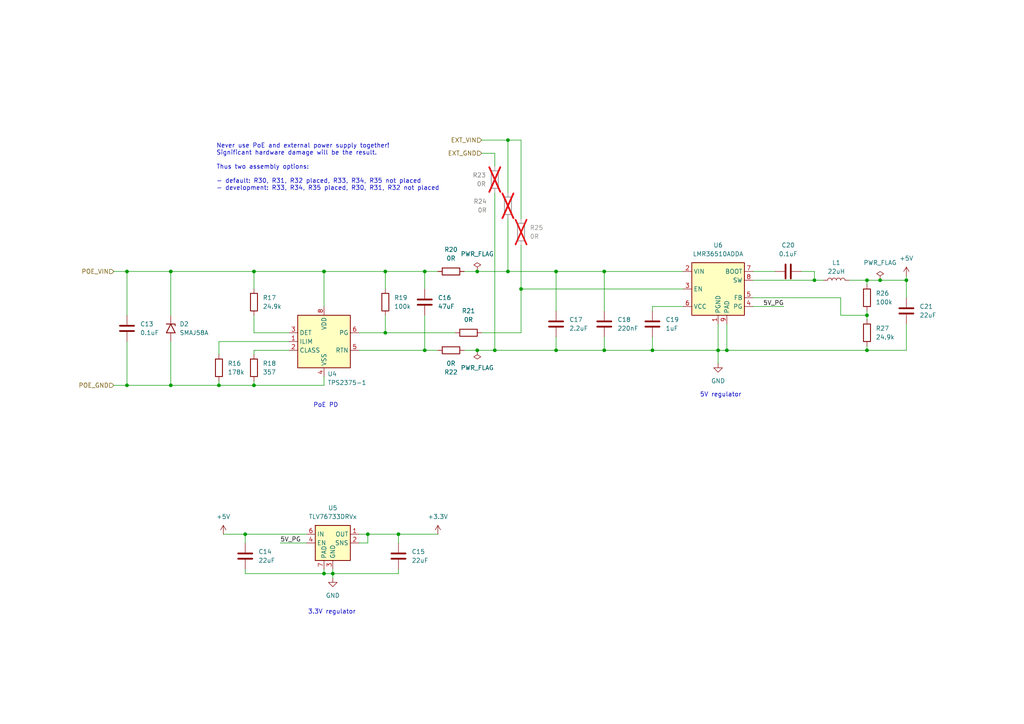
<source format=kicad_sch>
(kicad_sch (version 20250114) (generator "eeschema") (generator_version "9.0")
  (paper "A4")
  (title_block (title "iot-contact"))
  (lib_symbols
    (symbol "Device:C" (pin_numbers (hide yes)) (pin_names (offset 0.254))
      (property "Reference" "C" (at 0.635 2.54 0))
      (property "Value" "C" (at 0.635 -2.54 0))
      (symbol "C_0_1"
        (polyline (pts (xy -2.032 0.762) (xy 2.032 0.762)) (stroke (width 0.508)))
        (polyline (pts (xy -2.032 -0.762) (xy 2.032 -0.762)) (stroke (width 0.508)))
      )
      (symbol "C_1_1"
        (pin passive line (at 0 3.81 270) (length 2.794) (name "~") (number "1"))
        (pin passive line (at 0 -3.81 90) (length 2.794) (name "~") (number "2"))
      )
    )
    (symbol "Device:L" (pin_numbers (hide yes)) (pin_names (offset 1.016) (hide yes))
      (property "Reference" "L" (at -1.27 0 90))
      (property "Value" "L" (at 1.905 0 90))
      (symbol "L_0_1"
        (arc (start 0 2.54) (mid 0.6323 1.905) (end 0 1.27))
        (arc (start 0 1.27) (mid 0.6323 0.635) (end 0 0))
        (arc (start 0 0) (mid 0.6323 -0.635) (end 0 -1.27))
        (arc (start 0 -1.27) (mid 0.6323 -1.905) (end 0 -2.54))
      )
      (symbol "L_1_1"
        (pin passive line (at 0 3.81 270) (length 1.27) (name "1") (number "1"))
        (pin passive line (at 0 -3.81 90) (length 1.27) (name "2") (number "2"))
      )
    )
    (symbol "Device:R" (pin_numbers (hide yes)) (pin_names (offset 0))
      (property "Reference" "R" (at 2.032 0 90))
      (property "Value" "R" (at 0 0 90))
      (symbol "R_0_1"
        (rectangle (start -1.016 -2.54) (end 1.016 2.54) (stroke (width 0.254)))
      )
      (symbol "R_1_1"
        (pin passive line (at 0 3.81 270) (length 1.27) (name "~") (number "1"))
        (pin passive line (at 0 -3.81 90) (length 1.27) (name "~") (number "2"))
      )
    )
    (symbol "Diode:SMAJ58A" (pin_numbers (hide yes)) (pin_names (offset 1.016) (hide yes))
      (property "Reference" "D" (at 0 2.54 0))
      (property "Value" "SMAJ58A" (at 0 -2.54 0))
      (symbol "SMAJ58A_0_1"
        (polyline (pts (xy -0.762 1.27) (xy -1.27 1.27) (xy -1.27 -1.27)) (stroke (width 0.254)))
        (polyline (pts (xy 1.27 1.27) (xy 1.27 -1.27) (xy -1.27 0) (xy 1.27 1.27)) (stroke (width 0.254)))
      )
      (symbol "SMAJ58A_1_1"
        (pin passive line (at -3.81 0 0) (length 2.54) (name "A1") (number "1"))
        (pin passive line (at 3.81 0 180) (length 2.54) (name "A2") (number "2"))
      )
    )
    (symbol "Regulator_Controller:TPS2375-1"
      (property "Reference" "U" (at 2.54 -8.89 0))
      (property "Value" "TPS2375-1" (at 7.62 -11.43 0))
      (symbol "TPS2375-1_0_1"
        (rectangle (start -7.62 7.62) (end 7.62 -7.62) (stroke (width 0.254)) (fill (type background)))
      )
      (symbol "TPS2375-1_1_1"
        (pin passive line (at -10.16 2.54 0) (length 2.54) (name "DET") (number "3"))
        (pin passive line (at -10.16 0 0) (length 2.54) (name "ILIM") (number "1"))
        (pin passive line (at -10.16 -2.54 0) (length 2.54) (name "CLASS") (number "2"))
        (pin power_in line (at 0 10.16 270) (length 2.54) (name "VDD") (number "8"))
        (pin power_in line (at 0 -10.16 90) (length 2.54) (name "VSS") (number "4"))
        (pin no_connect line (at 7.62 0 180) (length 2.54) (hide yes) (name "NC") (number "7"))
        (pin open_collector line (at 10.16 2.54 180) (length 2.54) (name "PG") (number "6"))
        (pin power_out line (at 10.16 -2.54 180) (length 2.54) (name "RTN") (number "5"))
      )
    )
    (symbol "Regulator_Linear:TLV76733DRVx"
      (property "Reference" "U" (at 0 8.89 0))
      (property "Value" "TLV76733DRVx" (at 0 6.35 0))
      (symbol "TLV76733DRVx_0_1"
        (rectangle (start -5.08 -5.08) (end 5.08 5.08) (stroke (width 0.254)) (fill (type background)))
      )
      (symbol "TLV76733DRVx_1_1"
        (pin power_in line (at -7.62 2.54 0) (length 2.54) (name "IN") (number "6"))
        (pin input line (at -7.62 0 0) (length 2.54) (name "EN") (number "4"))
        (pin passive line (at -2.54 -7.62 90) (length 2.54) (name "PAD") (number "7"))
        (pin power_in line (at 0 -7.62 90) (length 2.54) (name "GND") (number "3"))
        (pin passive line (at 0 -7.62 90) (length 2.54) (hide yes) (name "GND") (number "5"))
        (pin power_out line (at 7.62 2.54 180) (length 2.54) (name "OUT") (number "1"))
        (pin input line (at 7.62 0 180) (length 2.54) (name "SNS") (number "2"))
      )
    )
    (symbol "Regulator_Switching:LMR36510ADDA"
      (property "Reference" "U" (at 0 11.43 0))
      (property "Value" "LMR36510ADDA" (at 0 8.89 0))
      (symbol "LMR36510ADDA_0_1"
        (rectangle (start -7.62 7.62) (end 7.62 -7.62) (stroke (width 0.254)) (fill (type background)))
      )
      (symbol "LMR36510ADDA_1_1"
        (pin power_in line (at -10.16 5.08 0) (length 2.54) (name "VIN") (number "2"))
        (pin input line (at -10.16 0 0) (length 2.54) (name "EN") (number "3"))
        (pin power_out line (at -10.16 -5.08 0) (length 2.54) (name "VCC") (number "6"))
        (pin power_in line (at 0 -10.16 90) (length 2.54) (name "PGND") (number "1"))
        (pin power_in line (at 2.54 -10.16 90) (length 2.54) (name "PAD") (number "9"))
        (pin input line (at 10.16 5.08 180) (length 2.54) (name "BOOT") (number "7"))
        (pin output line (at 10.16 2.54 180) (length 2.54) (name "SW") (number "8"))
        (pin input line (at 10.16 -2.54 180) (length 2.54) (name "FB") (number "5"))
        (pin open_collector line (at 10.16 -5.08 180) (length 2.54) (name "PG") (number "4"))
      )
    )
    (symbol "power:+3.3V" (power) (pin_numbers (hide yes)) (pin_names (offset 0) (hide yes))
      (property "Value" "+3.3V" (at 0 3.556 0))
      (symbol "+3.3V_0_1"
        (polyline (pts (xy -0.762 1.27) (xy 0 2.54)))
        (polyline (pts (xy 0 2.54) (xy 0.762 1.27)))
        (polyline (pts (xy 0 0) (xy 0 2.54)))
      )
      (symbol "+3.3V_1_1"
        (pin power_in line (at 0 0 90) (length 0) (name "~") (number "1"))
      )
    )
    (symbol "power:+5V" (power) (pin_numbers (hide yes)) (pin_names (offset 0) (hide yes))
      (property "Value" "+5V" (at 0 3.556 0))
      (symbol "+5V_0_1"
        (polyline (pts (xy -0.762 1.27) (xy 0 2.54)))
        (polyline (pts (xy 0 2.54) (xy 0.762 1.27)))
        (polyline (pts (xy 0 0) (xy 0 2.54)))
      )
      (symbol "+5V_1_1"
        (pin power_in line (at 0 0 90) (length 0) (name "~") (number "1"))
      )
    )
    (symbol "power:GND" (power) (pin_numbers (hide yes)) (pin_names (offset 0) (hide yes))
      (property "Value" "GND" (at 0 -3.81 0))
      (symbol "GND_0_1"
        (polyline (pts (xy 0 0) (xy 0 -1.27) (xy 1.27 -1.27) (xy 0 -2.54) (xy -1.27 -1.27) (xy 0 -1.27)))
      )
      (symbol "GND_1_1"
        (pin power_in line (at 0 0 270) (length 0) (name "~") (number "1"))
      )
    )
    (symbol "power:PWR_FLAG" (power) (pin_numbers (hide yes)) (pin_names (offset 0) (hide yes))
      (property "Value" "PWR_FLAG" (at 0 3.81 0))
      (symbol "PWR_FLAG_0_0"
        (pin power_out line (at 0 0 90) (length 0) (name "~") (number "1"))
      )
      (symbol "PWR_FLAG_0_1"
        (polyline (pts (xy 0 0) (xy 0 1.27) (xy -1.016 1.905) (xy 0 2.54) (xy 1.016 1.905) (xy 0 1.27)))
      )
    )
  )
  (text "Never use PoE and external power supply together!\nSignificant hardware damage will be the result.\n\nThus two assembly options:\n\n- default: R30, R31, R32 placed, R33, R34, R35 not placed\n- development: R33, R34, R35 placed, R30, R31, R32 not placed" (at 62.738 48.514 0) (effects (font (size 1.27 1.27)) (justify left)))
  (text "5V regulator" (at 209.042 114.554 0) (effects (font (size 1.27 1.27))))
  (text "PoE PD" (at 94.488 117.602 0) (effects (font (size 1.27 1.27))))
  (text "3.3V regulator\n" (at 96.266 177.546 0) (effects (font (size 1.27 1.27))))
  (junction (at 161.29 78.74))
  (junction (at 96.52 166.37))
  (junction (at 175.26 101.6))
  (junction (at 138.43 101.6))
  (junction (at 36.83 78.74))
  (junction (at 143.51 101.6))
  (junction (at 71.12 154.94))
  (junction (at 251.46 91.44))
  (junction (at 36.83 111.76))
  (junction (at 251.46 81.28))
  (junction (at 93.98 78.74))
  (junction (at 115.57 154.94))
  (junction (at 151.13 83.82))
  (junction (at 63.5 111.76))
  (junction (at 175.26 78.74))
  (junction (at 255.27 81.28))
  (junction (at 189.23 101.6))
  (junction (at 123.19 78.74))
  (junction (at 251.46 101.6))
  (junction (at 138.43 78.74))
  (junction (at 147.32 78.74))
  (junction (at 106.68 154.94))
  (junction (at 49.53 111.76))
  (junction (at 73.66 111.76))
  (junction (at 111.76 96.52))
  (junction (at 236.22 81.28))
  (junction (at 111.76 78.74))
  (junction (at 262.89 81.28))
  (junction (at 93.98 166.37))
  (junction (at 73.66 78.74))
  (junction (at 49.53 78.74))
  (junction (at 147.32 40.64))
  (junction (at 161.29 101.6))
  (junction (at 123.19 101.6))
  (junction (at 208.28 101.6))
  (junction (at 210.82 101.6))
  (wire (pts (xy 104.14 154.94) (xy 106.68 154.94)))
  (wire (pts (xy 115.57 165.1) (xy 115.57 166.37)))
  (wire (pts (xy 147.32 78.74) (xy 161.29 78.74)))
  (wire (pts (xy 106.68 157.48) (xy 106.68 154.94)))
  (wire (pts (xy 189.23 101.6) (xy 208.28 101.6)))
  (wire (pts (xy 115.57 154.94) (xy 127 154.94)))
  (wire (pts (xy 262.89 93.98) (xy 262.89 101.6)))
  (wire (pts (xy 73.66 96.52) (xy 83.82 96.52)))
  (wire (pts (xy 243.84 91.44) (xy 251.46 91.44)))
  (wire (pts (xy 255.27 81.28) (xy 262.89 81.28)))
  (wire (pts (xy 232.41 78.74) (xy 236.22 78.74)))
  (wire (pts (xy 134.62 101.6) (xy 138.43 101.6)))
  (wire (pts (xy 161.29 101.6) (xy 175.26 101.6)))
  (wire (pts (xy 106.68 154.94) (xy 115.57 154.94)))
  (wire (pts (xy 218.44 86.36) (xy 243.84 86.36)))
  (wire (pts (xy 81.28 157.48) (xy 88.9 157.48)))
  (wire (pts (xy 104.14 101.6) (xy 123.19 101.6)))
  (wire (pts (xy 251.46 81.28) (xy 255.27 81.28)))
  (wire (pts (xy 96.52 166.37) (xy 96.52 167.64)))
  (wire (pts (xy 71.12 166.37) (xy 93.98 166.37)))
  (wire (pts (xy 123.19 78.74) (xy 127 78.74)))
  (wire (pts (xy 111.76 78.74) (xy 111.76 83.82)))
  (wire (pts (xy 49.53 111.76) (xy 63.5 111.76)))
  (wire (pts (xy 208.28 101.6) (xy 208.28 105.41)))
  (wire (pts (xy 123.19 101.6) (xy 127 101.6)))
  (wire (pts (xy 175.26 78.74) (xy 175.26 90.17)))
  (wire (pts (xy 73.66 78.74) (xy 93.98 78.74)))
  (wire (pts (xy 49.53 78.74) (xy 73.66 78.74)))
  (wire (pts (xy 151.13 40.64) (xy 147.32 40.64)))
  (wire (pts (xy 189.23 90.17) (xy 189.23 88.9)))
  (wire (pts (xy 111.76 78.74) (xy 123.19 78.74)))
  (wire (pts (xy 73.66 91.44) (xy 73.66 96.52)))
  (wire (pts (xy 93.98 165.1) (xy 93.98 166.37)))
  (wire (pts (xy 189.23 97.79) (xy 189.23 101.6)))
  (wire (pts (xy 236.22 78.74) (xy 236.22 81.28)))
  (wire (pts (xy 175.26 97.79) (xy 175.26 101.6)))
  (wire (pts (xy 71.12 154.94) (xy 88.9 154.94)))
  (wire (pts (xy 33.02 78.74) (xy 36.83 78.74)))
  (wire (pts (xy 147.32 40.64) (xy 147.32 55.88)))
  (wire (pts (xy 115.57 166.37) (xy 96.52 166.37)))
  (wire (pts (xy 73.66 102.87) (xy 73.66 101.6)))
  (wire (pts (xy 210.82 101.6) (xy 251.46 101.6)))
  (wire (pts (xy 161.29 78.74) (xy 161.29 90.17)))
  (wire (pts (xy 143.51 101.6) (xy 161.29 101.6)))
  (wire (pts (xy 123.19 91.44) (xy 123.19 101.6)))
  (wire (pts (xy 251.46 81.28) (xy 251.46 82.55)))
  (wire (pts (xy 123.19 78.74) (xy 123.19 83.82)))
  (wire (pts (xy 208.28 93.98) (xy 208.28 101.6)))
  (wire (pts (xy 73.66 101.6) (xy 83.82 101.6)))
  (wire (pts (xy 138.43 78.74) (xy 147.32 78.74)))
  (wire (pts (xy 96.52 165.1) (xy 96.52 166.37)))
  (wire (pts (xy 36.83 99.06) (xy 36.83 111.76)))
  (wire (pts (xy 251.46 100.33) (xy 251.46 101.6)))
  (wire (pts (xy 151.13 71.12) (xy 151.13 83.82)))
  (wire (pts (xy 262.89 81.28) (xy 262.89 86.36)))
  (wire (pts (xy 73.66 78.74) (xy 73.66 83.82)))
  (wire (pts (xy 210.82 93.98) (xy 210.82 101.6)))
  (wire (pts (xy 93.98 78.74) (xy 111.76 78.74)))
  (wire (pts (xy 175.26 78.74) (xy 198.12 78.74)))
  (wire (pts (xy 93.98 166.37) (xy 96.52 166.37)))
  (wire (pts (xy 147.32 63.5) (xy 147.32 78.74)))
  (wire (pts (xy 49.53 78.74) (xy 49.53 91.44)))
  (wire (pts (xy 210.82 101.6) (xy 208.28 101.6)))
  (wire (pts (xy 251.46 91.44) (xy 251.46 92.71)))
  (wire (pts (xy 63.5 110.49) (xy 63.5 111.76)))
  (wire (pts (xy 139.7 44.45) (xy 143.51 44.45)))
  (wire (pts (xy 175.26 101.6) (xy 189.23 101.6)))
  (wire (pts (xy 93.98 78.74) (xy 93.98 88.9)))
  (wire (pts (xy 139.7 40.64) (xy 147.32 40.64)))
  (wire (pts (xy 111.76 91.44) (xy 111.76 96.52)))
  (wire (pts (xy 243.84 86.36) (xy 243.84 91.44)))
  (wire (pts (xy 36.83 78.74) (xy 36.83 91.44)))
  (wire (pts (xy 218.44 78.74) (xy 224.79 78.74)))
  (wire (pts (xy 71.12 154.94) (xy 71.12 157.48)))
  (wire (pts (xy 143.51 44.45) (xy 143.51 48.26)))
  (wire (pts (xy 218.44 81.28) (xy 236.22 81.28)))
  (wire (pts (xy 63.5 111.76) (xy 73.66 111.76)))
  (wire (pts (xy 93.98 111.76) (xy 93.98 109.22)))
  (wire (pts (xy 218.44 88.9) (xy 227.33 88.9)))
  (wire (pts (xy 138.43 101.6) (xy 143.51 101.6)))
  (wire (pts (xy 151.13 96.52) (xy 151.13 83.82)))
  (wire (pts (xy 104.14 96.52) (xy 111.76 96.52)))
  (wire (pts (xy 251.46 90.17) (xy 251.46 91.44)))
  (wire (pts (xy 151.13 83.82) (xy 198.12 83.82)))
  (wire (pts (xy 64.77 154.94) (xy 71.12 154.94)))
  (wire (pts (xy 161.29 97.79) (xy 161.29 101.6)))
  (wire (pts (xy 71.12 165.1) (xy 71.12 166.37)))
  (wire (pts (xy 251.46 101.6) (xy 262.89 101.6)))
  (wire (pts (xy 161.29 78.74) (xy 175.26 78.74)))
  (wire (pts (xy 143.51 55.88) (xy 143.51 101.6)))
  (wire (pts (xy 73.66 110.49) (xy 73.66 111.76)))
  (wire (pts (xy 246.38 81.28) (xy 251.46 81.28)))
  (wire (pts (xy 73.66 111.76) (xy 93.98 111.76)))
  (wire (pts (xy 63.5 102.87) (xy 63.5 99.06)))
  (wire (pts (xy 33.02 111.76) (xy 36.83 111.76)))
  (wire (pts (xy 104.14 157.48) (xy 106.68 157.48)))
  (wire (pts (xy 236.22 81.28) (xy 238.76 81.28)))
  (wire (pts (xy 115.57 157.48) (xy 115.57 154.94)))
  (wire (pts (xy 134.62 78.74) (xy 138.43 78.74)))
  (wire (pts (xy 139.7 96.52) (xy 151.13 96.52)))
  (wire (pts (xy 63.5 99.06) (xy 83.82 99.06)))
  (wire (pts (xy 36.83 111.76) (xy 49.53 111.76)))
  (wire (pts (xy 189.23 88.9) (xy 198.12 88.9)))
  (wire (pts (xy 36.83 78.74) (xy 49.53 78.74)))
  (wire (pts (xy 262.89 81.28) (xy 262.89 80.01)))
  (wire (pts (xy 49.53 99.06) (xy 49.53 111.76)))
  (wire (pts (xy 111.76 96.52) (xy 132.08 96.52)))
  (wire (pts (xy 151.13 63.5) (xy 151.13 40.64)))
  (label "5V_PG" (at 227.33 88.9 180))
  (label "5V_PG" (at 81.28 157.48 0))
  (hierarchical_label "EXT_GND" (shape input) (at 139.7 44.45 180))
  (hierarchical_label "POE_GND" (shape input) (at 33.02 111.76 180))
  (hierarchical_label "POE_VIN" (shape input) (at 33.02 78.74 180))
  (hierarchical_label "EXT_VIN" (shape input) (at 139.7 40.64 180))
  (symbol (lib_id "Device:C") (at 36.83 95.25 0) (unit 1)
    (property "Reference" "C13" (at 40.64 93.9799 0) (effects (justify left)))
    (property "Value" "0.1uF" (at 40.64 96.5199 0) (effects (justify left)))
    (property "Description" "Unpolarized capacitor" (effects (hide yes)))
  )
  (symbol (lib_id "Device:R") (at 111.76 87.63 0) (unit 1)
    (property "Reference" "R19" (at 114.3 86.3599 0) (effects (justify left)))
    (property "Value" "100k" (at 114.3 88.8999 0) (effects (justify left)))
    (property "Description" "Resistor" (effects (hide yes)))
  )
  (symbol (lib_id "Regulator_Linear:TLV76733DRVx") (at 96.52 157.48 0) (unit 1)
    (property "Reference" "U5" (at 96.52 147.32 0))
    (property "Value" "TLV76733DRVx" (at 96.52 149.86 0))
    (property "Footprint" "Package_SON:WSON-6-1EP_2x2mm_P0.65mm_EP1x1.6mm_ThermalVias" (effects (hide yes)))
    (property "Datasheet" "www.ti.com/lit/gpn/TLV767" (effects (hide yes)))
    (property "Description" "1A Precision Linear Voltage Regulator, with enable pin, Fixed Output 3.3V, WSON6" (effects (hide yes)))
  )
  (symbol (lib_id "Device:R") (at 130.81 101.6 90) (mirror x) (unit 1)
    (property "Reference" "R22" (at 130.81 107.95 90))
    (property "Value" "0R" (at 130.81 105.41 90))
    (property "Description" "Resistor" (effects (hide yes)))
  )
  (symbol (lib_id "Regulator_Controller:TPS2375-1") (at 93.98 99.06 0) (unit 1)
    (property "Reference" "U4" (at 94.996 108.458 0) (effects (justify left)))
    (property "Value" "TPS2375-1" (at 94.996 110.998 0) (effects (justify left)))
    (property "Footprint" "Package_SO:TSSOP-8_4.4x3mm_P0.65mm" (effects (hide yes)))
    (property "Datasheet" "https://www.ti.com/lit/gpn/tps2375-1" (effects (hide yes)))
    (property "Description" "IEEE802.3af PoE Controller, Auto-Retry" (effects (hide yes)))
  )
  (symbol (lib_id "power:+3.3V") (at 127 154.94 0) (unit 1)
    (property "Reference" "#PWR035" (effects (hide yes)))
    (property "Value" "+3.3V" (at 127 149.86 0))
    (property "Description" "Power symbol creates a global label with name \"+3.3V\"" (effects (hide yes)))
  )
  (symbol (lib_id "Device:R") (at 73.66 106.68 0) (unit 1)
    (property "Reference" "R18" (at 76.2 105.4099 0) (effects (justify left)))
    (property "Value" "357" (at 76.2 107.9499 0) (effects (justify left)))
    (property "Description" "Resistor" (effects (hide yes)))
  )
  (symbol (lib_id "Device:R") (at 147.32 59.69 0) (mirror y) (unit 1) (dnp yes)
    (property "Reference" "R24" (at 141.224 58.42 0) (effects (justify left)))
    (property "Value" "0R" (at 141.224 60.96 0) (effects (justify left)))
    (property "Description" "Resistor" (effects (hide yes)))
  )
  (symbol (lib_id "Diode:SMAJ58A") (at 49.53 95.25 270) (unit 1)
    (property "Reference" "D2" (at 52.07 93.9799 90) (effects (justify left)))
    (property "Value" "SMAJ58A" (at 52.07 96.5199 90) (effects (justify left)))
    (property "Footprint" "Diode_SMD:D_SMA" (effects (hide yes)))
    (property "Datasheet" "https://www.littelfuse.com/media?resourcetype=datasheets&itemid=75e32973-b177-4ee3-a0ff-cedaf1abdb93&filename=smaj-datasheet" (effects (hide yes)))
    (property "Description" "400W unidirectional Transient Voltage Suppressor, 58.0Vr, SMA(DO-214AC)" (effects (hide yes)))
  )
  (symbol (lib_id "Device:R") (at 251.46 96.52 0) (unit 1)
    (property "Reference" "R27" (at 254 95.2499 0) (effects (justify left)))
    (property "Value" "24.9k" (at 254 97.7899 0) (effects (justify left)))
    (property "Description" "Resistor" (effects (hide yes)))
  )
  (symbol (lib_id "Device:R") (at 251.46 86.36 0) (unit 1)
    (property "Reference" "R26" (at 254 85.0899 0) (effects (justify left)))
    (property "Value" "100k" (at 254 87.6299 0) (effects (justify left)))
    (property "Description" "Resistor" (effects (hide yes)))
  )
  (symbol (lib_id "power:+5V") (at 262.89 80.01 0) (unit 1)
    (property "Reference" "#PWR037" (effects (hide yes)))
    (property "Value" "+5V" (at 262.89 74.93 0))
    (property "Description" "Power symbol creates a global label with name \"+5V\"" (effects (hide yes)))
  )
  (symbol (lib_id "power:PWR_FLAG") (at 138.43 101.6 0) (mirror x) (unit 1)
    (property "Reference" "#FLG09" (effects (hide yes)))
    (property "Value" "PWR_FLAG" (at 138.43 106.68 0))
    (property "Description" "Special symbol for telling ERC where power comes from" (effects (hide yes)))
  )
  (symbol (lib_id "Device:C") (at 175.26 93.98 0) (unit 1)
    (property "Reference" "C18" (at 179.07 92.7099 0) (effects (justify left)))
    (property "Value" "220nF" (at 179.07 95.2499 0) (effects (justify left)))
    (property "Description" "Unpolarized capacitor" (effects (hide yes)))
  )
  (symbol (lib_id "power:GND") (at 208.28 105.41 0) (unit 1)
    (property "Reference" "#PWR036" (effects (hide yes)))
    (property "Value" "GND" (at 208.28 110.49 0))
    (property "Description" "Power symbol creates a global label with name \"GND\" , ground" (effects (hide yes)))
  )
  (symbol (lib_id "Device:R") (at 135.89 96.52 90) (unit 1)
    (property "Reference" "R21" (at 135.89 90.17 90))
    (property "Value" "0R" (at 135.89 92.71 90))
    (property "Description" "Resistor" (effects (hide yes)))
  )
  (symbol (lib_id "power:PWR_FLAG") (at 138.43 78.74 0) (unit 1)
    (property "Reference" "#FLG01" (effects (hide yes)))
    (property "Value" "PWR_FLAG" (at 138.43 73.66 0))
    (property "Description" "Special symbol for telling ERC where power comes from" (effects (hide yes)))
  )
  (symbol (lib_id "power:+5V") (at 64.77 154.94 0) (unit 1)
    (property "Reference" "#PWR033" (effects (hide yes)))
    (property "Value" "+5V" (at 64.77 149.86 0))
    (property "Description" "Power symbol creates a global label with name \"+5V\"" (effects (hide yes)))
  )
  (symbol (lib_id "Device:C") (at 115.57 161.29 0) (unit 1)
    (property "Reference" "C15" (at 119.38 160.0199 0) (effects (justify left)))
    (property "Value" "22uF" (at 119.38 162.5599 0) (effects (justify left)))
    (property "Description" "Unpolarized capacitor" (effects (hide yes)))
  )
  (symbol (lib_id "Device:R") (at 143.51 52.07 0) (mirror y) (unit 1) (dnp yes)
    (property "Reference" "R23" (at 140.97 50.7999 0) (effects (justify left)))
    (property "Value" "0R" (at 140.97 53.3399 0) (effects (justify left)))
    (property "Description" "Resistor" (effects (hide yes)))
  )
  (symbol (lib_id "power:GND") (at 96.52 167.64 0) (unit 1)
    (property "Reference" "#PWR034" (effects (hide yes)))
    (property "Value" "GND" (at 96.52 172.72 0))
    (property "Description" "Power symbol creates a global label with name \"GND\" , ground" (effects (hide yes)))
  )
  (symbol (lib_id "Device:R") (at 130.81 78.74 90) (unit 1)
    (property "Reference" "R20" (at 130.81 72.39 90))
    (property "Value" "0R" (at 130.81 74.93 90))
    (property "Description" "Resistor" (effects (hide yes)))
  )
  (symbol (lib_id "Device:L") (at 242.57 81.28 90) (unit 1)
    (property "Reference" "L1" (at 242.57 76.2 90))
    (property "Value" "22uH" (at 242.57 78.74 90))
    (property "Description" "Inductor" (effects (hide yes)))
  )
  (symbol (lib_id "Device:R") (at 63.5 106.68 0) (unit 1)
    (property "Reference" "R16" (at 66.04 105.4099 0) (effects (justify left)))
    (property "Value" "178k" (at 66.04 107.9499 0) (effects (justify left)))
    (property "Description" "Resistor" (effects (hide yes)))
  )
  (symbol (lib_id "Device:C") (at 228.6 78.74 90) (unit 1)
    (property "Reference" "C20" (at 228.6 71.12 90))
    (property "Value" "0.1uF" (at 228.6 73.66 90))
    (property "Description" "Unpolarized capacitor" (effects (hide yes)))
  )
  (symbol (lib_id "Device:C") (at 262.89 90.17 0) (unit 1)
    (property "Reference" "C21" (at 266.7 88.8999 0) (effects (justify left)))
    (property "Value" "22uF" (at 266.7 91.4399 0) (effects (justify left)))
    (property "Description" "Unpolarized capacitor" (effects (hide yes)))
  )
  (symbol (lib_id "Device:C") (at 189.23 93.98 0) (unit 1)
    (property "Reference" "C19" (at 193.04 92.7099 0) (effects (justify left)))
    (property "Value" "1uF" (at 193.04 95.2499 0) (effects (justify left)))
    (property "Description" "Unpolarized capacitor" (effects (hide yes)))
  )
  (symbol (lib_id "Device:R") (at 73.66 87.63 0) (unit 1)
    (property "Reference" "R17" (at 76.2 86.3599 0) (effects (justify left)))
    (property "Value" "24.9k" (at 76.2 88.8999 0) (effects (justify left)))
    (property "Description" "Resistor" (effects (hide yes)))
  )
  (symbol (lib_id "Device:C") (at 123.19 87.63 0) (unit 1)
    (property "Reference" "C16" (at 127 86.3599 0) (effects (justify left)))
    (property "Value" "47uF" (at 127 88.8999 0) (effects (justify left)))
    (property "Description" "Unpolarized capacitor" (effects (hide yes)))
  )
  (symbol (lib_id "Device:C") (at 161.29 93.98 0) (unit 1)
    (property "Reference" "C17" (at 165.1 92.7099 0) (effects (justify left)))
    (property "Value" "2.2uF" (at 165.1 95.2499 0) (effects (justify left)))
    (property "Description" "Unpolarized capacitor" (effects (hide yes)))
  )
  (symbol (lib_id "Device:R") (at 151.13 67.31 0) (unit 1) (dnp yes)
    (property "Reference" "R25" (at 153.67 66.0399 0) (effects (justify left)))
    (property "Value" "0R" (at 153.67 68.5799 0) (effects (justify left)))
    (property "Description" "Resistor" (effects (hide yes)))
  )
  (symbol (lib_id "Device:C") (at 71.12 161.29 0) (unit 1)
    (property "Reference" "C14" (at 74.93 160.0199 0) (effects (justify left)))
    (property "Value" "22uF" (at 74.93 162.5599 0) (effects (justify left)))
    (property "Description" "Unpolarized capacitor" (effects (hide yes)))
  )
  (symbol (lib_id "Regulator_Switching:LMR36510ADDA") (at 208.28 83.82 0) (unit 1)
    (property "Reference" "U6" (at 208.28 71.12 0))
    (property "Value" "LMR36510ADDA" (at 208.28 73.66 0))
    (property "Footprint" "Package_SO:Texas_HTSOP-8-1EP_3.9x4.9mm_P1.27mm_EP2.95x4.9mm_Mask2.4x3.1mm_ThermalVias" (effects (hide yes)))
    (property "Datasheet" "http://www.ti.com/lit/ds/symlink/lmr36510.pdf" (effects (hide yes)))
    (property "Description" "Simple Switcher Synchronous Buck Regulator, Vin=4.2-65V, Iout=1A, F=400kHz, Adjustable output voltage, HSOP-8" (effects (hide yes)))
  )
  (symbol (lib_id "power:PWR_FLAG") (at 255.27 81.28 0) (unit 1)
    (property "Reference" "#FLG08" (effects (hide yes)))
    (property "Value" "PWR_FLAG" (at 255.27 76.2 0))
    (property "Description" "Special symbol for telling ERC where power comes from" (effects (hide yes)))
  )
)
</source>
